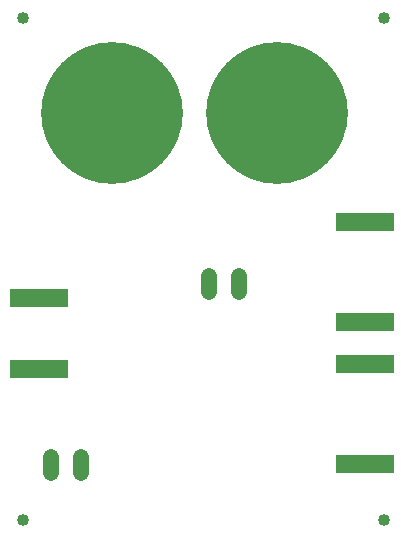
<source format=gbr>
G04 EAGLE Gerber RS-274X export*
G75*
%MOMM*%
%FSLAX34Y34*%
%LPD*%
%INSoldermask Bottom*%
%IPPOS*%
%AMOC8*
5,1,8,0,0,1.08239X$1,22.5*%
G01*
%ADD10C,12.000000*%
%ADD11R,4.900000X1.580000*%
%ADD12R,4.900000X1.600000*%
%ADD13C,1.016000*%
%ADD14C,1.371600*%


D10*
X840000Y685000D03*
D11*
X637800Y527800D03*
X637800Y467800D03*
D12*
X914000Y592500D03*
X914000Y507500D03*
X914000Y472500D03*
X914000Y387500D03*
D13*
X930000Y765000D03*
X625000Y765000D03*
X625000Y340000D03*
X930000Y340000D03*
D14*
X782300Y533142D02*
X782300Y546858D01*
X807700Y546858D02*
X807700Y533142D01*
X648300Y393758D02*
X648300Y380042D01*
X673700Y380042D02*
X673700Y393758D01*
D10*
X700000Y685000D03*
M02*

</source>
